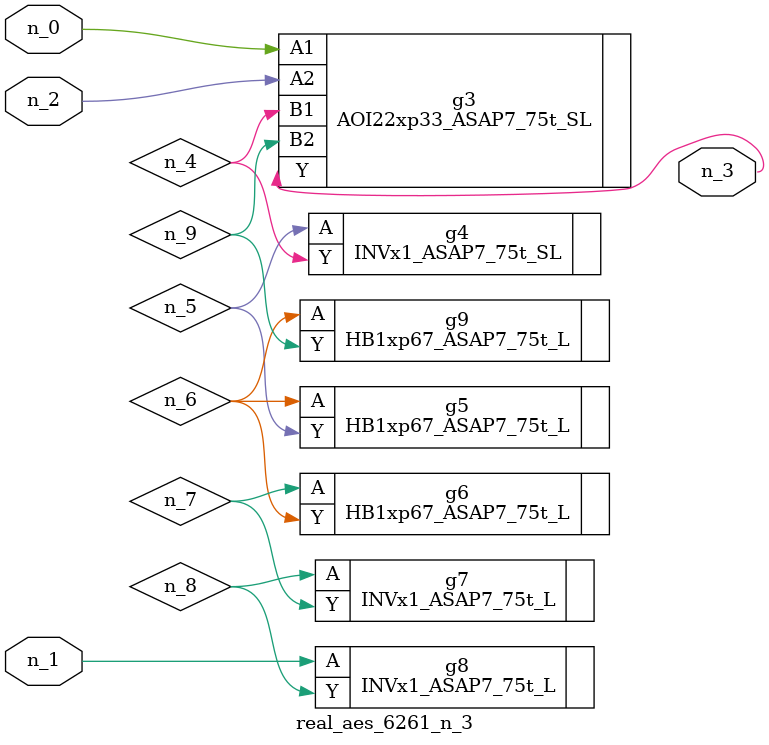
<source format=v>
module real_aes_6261_n_3 (n_0, n_2, n_1, n_3);
input n_0;
input n_2;
input n_1;
output n_3;
wire n_4;
wire n_5;
wire n_7;
wire n_9;
wire n_6;
wire n_8;
AOI22xp33_ASAP7_75t_SL g3 ( .A1(n_0), .A2(n_2), .B1(n_4), .B2(n_9), .Y(n_3) );
INVx1_ASAP7_75t_L g8 ( .A(n_1), .Y(n_8) );
INVx1_ASAP7_75t_SL g4 ( .A(n_5), .Y(n_4) );
HB1xp67_ASAP7_75t_L g5 ( .A(n_6), .Y(n_5) );
HB1xp67_ASAP7_75t_L g9 ( .A(n_6), .Y(n_9) );
HB1xp67_ASAP7_75t_L g6 ( .A(n_7), .Y(n_6) );
INVx1_ASAP7_75t_L g7 ( .A(n_8), .Y(n_7) );
endmodule
</source>
